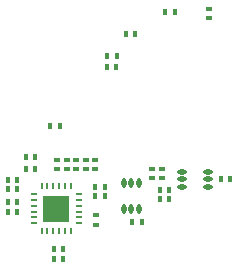
<source format=gbp>
G04*
G04 #@! TF.GenerationSoftware,Altium Limited,Altium Designer,24.2.2 (26)*
G04*
G04 Layer_Color=128*
%FSLAX44Y44*%
%MOMM*%
G71*
G04*
G04 #@! TF.SameCoordinates,6EDC250C-81D3-48BC-95F6-F0A130F5604E*
G04*
G04*
G04 #@! TF.FilePolarity,Positive*
G04*
G01*
G75*
%ADD24R,0.3800X0.4800*%
%ADD25R,0.4800X0.3800*%
%ADD71R,0.2500X0.6000*%
%ADD72R,0.6000X0.2500*%
%ADD73R,2.2000X2.2000*%
%ADD74O,0.8000X0.4500*%
%ADD75O,0.4500X0.8000*%
D24*
X186950Y298500D02*
D03*
X179050D02*
D03*
X220200Y316950D02*
D03*
X212300D02*
D03*
X122950Y220000D02*
D03*
X115050D02*
D03*
X207458Y158383D02*
D03*
X215358D02*
D03*
X259458Y175383D02*
D03*
X267358D02*
D03*
X184458Y139383D02*
D03*
X192358D02*
D03*
X215358Y166383D02*
D03*
X207458D02*
D03*
X86950Y148000D02*
D03*
X79050D02*
D03*
X160950Y161000D02*
D03*
X153050D02*
D03*
X160950Y169000D02*
D03*
X153050D02*
D03*
X94050Y194000D02*
D03*
X101950D02*
D03*
X94050Y184000D02*
D03*
X101950D02*
D03*
X86950Y175000D02*
D03*
X79050D02*
D03*
X79050Y167000D02*
D03*
X86950D02*
D03*
X86950Y156000D02*
D03*
X79050D02*
D03*
X118050Y108000D02*
D03*
X125950D02*
D03*
X125950Y116500D02*
D03*
X118050D02*
D03*
X170900Y270750D02*
D03*
X163000D02*
D03*
X171000Y279500D02*
D03*
X163100D02*
D03*
D25*
X249440Y311879D02*
D03*
Y319779D02*
D03*
X154000Y144900D02*
D03*
Y137000D02*
D03*
X209408Y184333D02*
D03*
Y176433D02*
D03*
X201408Y176433D02*
D03*
Y184333D02*
D03*
X153000Y191950D02*
D03*
Y184050D02*
D03*
X145000Y191950D02*
D03*
Y184050D02*
D03*
X137000Y191950D02*
D03*
Y184050D02*
D03*
X129000Y191950D02*
D03*
Y184050D02*
D03*
X121000Y191950D02*
D03*
Y184050D02*
D03*
D71*
X107500Y169500D02*
D03*
X112500D02*
D03*
X117500D02*
D03*
X122500D02*
D03*
X127500D02*
D03*
X132500D02*
D03*
Y131500D02*
D03*
X127500D02*
D03*
X122500D02*
D03*
X117500D02*
D03*
X112500D02*
D03*
X107500D02*
D03*
D72*
X139000Y163000D02*
D03*
Y158000D02*
D03*
Y153000D02*
D03*
Y148000D02*
D03*
Y143000D02*
D03*
Y138000D02*
D03*
X101000D02*
D03*
Y143000D02*
D03*
Y148000D02*
D03*
Y153000D02*
D03*
Y158000D02*
D03*
Y163000D02*
D03*
D73*
X120000Y150500D02*
D03*
D74*
X248408Y181883D02*
D03*
Y175383D02*
D03*
Y168883D02*
D03*
X226408Y181883D02*
D03*
Y175383D02*
D03*
Y168883D02*
D03*
D75*
X176908Y172383D02*
D03*
X183408D02*
D03*
X189908D02*
D03*
X176908Y150383D02*
D03*
X183408D02*
D03*
X189908D02*
D03*
M02*

</source>
